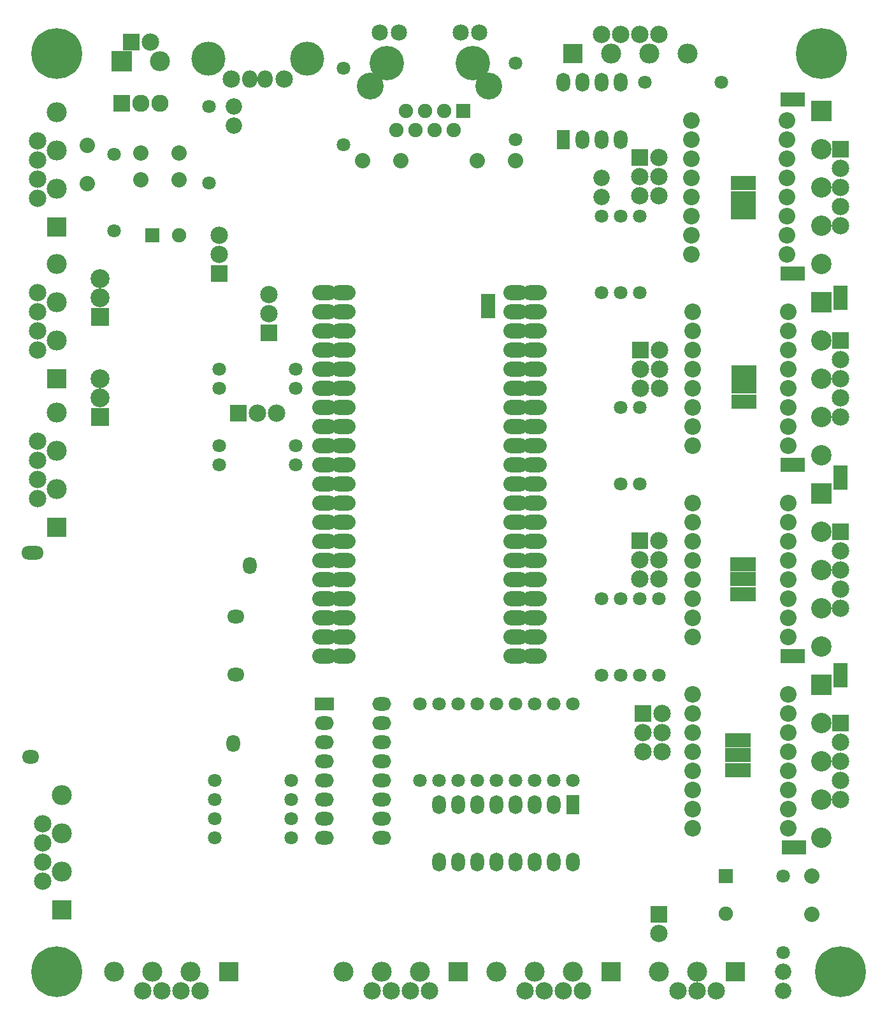
<source format=gbs>
G04 (created by PCBNEW-RS274X (2011-07-08 BZR 3044)-stable) date 12/15/2011 03:41:07 PM*
G01*
G70*
G90*
%MOIN*%
G04 Gerber Fmt 3.4, Leading zero omitted, Abs format*
%FSLAX34Y34*%
G04 APERTURE LIST*
%ADD10C,0.006000*%
%ADD11R,0.104600X0.104600*%
%ADD12C,0.104600*%
%ADD13C,0.090900*%
%ADD14R,0.071200X0.098700*%
%ADD15O,0.071200X0.098700*%
%ADD16C,0.266100*%
%ADD17C,0.071200*%
%ADD18C,0.090000*%
%ADD19R,0.090000X0.090000*%
%ADD20C,0.086900*%
%ADD21R,0.098700X0.071200*%
%ADD22O,0.098700X0.071200*%
%ADD23R,0.106600X0.106600*%
%ADD24R,0.090900X0.090900*%
%ADD25C,0.106600*%
%ADD26O,0.126300X0.079100*%
%ADD27R,0.077000X0.067200*%
%ADD28R,0.067200X0.077000*%
%ADD29C,0.180000*%
%ADD30R,0.075000X0.075000*%
%ADD31C,0.075000*%
%ADD32C,0.140000*%
%ADD33C,0.085000*%
%ADD34C,0.080000*%
%ADD35C,0.086000*%
%ADD36C,0.098700*%
%ADD37R,0.094800X0.094800*%
%ADD38O,0.070900X0.090400*%
%ADD39O,0.090400X0.070900*%
%ADD40O,0.117800X0.070900*%
%ADD41O,0.079100X0.090900*%
%ADD42C,0.177500*%
G04 APERTURE END LIST*
G54D10*
G54D11*
X49500Y-64000D03*
G54D12*
X47500Y-64000D03*
G54D13*
X48500Y-65000D03*
X47500Y-65000D03*
X46500Y-65000D03*
G54D12*
X45500Y-64000D03*
G54D14*
X40500Y-20500D03*
G54D15*
X41500Y-20500D03*
X42500Y-20500D03*
X43500Y-20500D03*
X43500Y-17500D03*
X42500Y-17500D03*
X41500Y-17500D03*
X40500Y-17500D03*
G54D16*
X14000Y-16000D03*
X54000Y-16000D03*
X14000Y-64000D03*
X55000Y-64000D03*
G54D17*
X26250Y-57000D03*
X22250Y-57000D03*
X41000Y-54000D03*
X41000Y-50000D03*
X40000Y-54000D03*
X40000Y-50000D03*
X21950Y-22750D03*
X21950Y-18750D03*
X26250Y-56000D03*
X22250Y-56000D03*
X37000Y-54000D03*
X37000Y-50000D03*
X45500Y-44500D03*
X45500Y-48500D03*
X35000Y-54000D03*
X35000Y-50000D03*
X33000Y-54000D03*
X33000Y-50000D03*
X42500Y-48500D03*
X42500Y-44500D03*
X34000Y-54000D03*
X34000Y-50000D03*
X38000Y-54000D03*
X38000Y-50000D03*
X26500Y-33500D03*
X22500Y-33500D03*
X43500Y-48500D03*
X43500Y-44500D03*
X26500Y-32500D03*
X22500Y-32500D03*
X44500Y-44500D03*
X44500Y-48500D03*
X43500Y-38500D03*
X43500Y-34500D03*
X17000Y-25250D03*
X17000Y-21250D03*
X44500Y-34500D03*
X44500Y-38500D03*
X36000Y-50000D03*
X36000Y-54000D03*
X43500Y-28500D03*
X43500Y-24500D03*
X26500Y-37500D03*
X22500Y-37500D03*
X26500Y-36500D03*
X22500Y-36500D03*
X44500Y-24500D03*
X44500Y-28500D03*
X52000Y-63000D03*
X52000Y-59000D03*
X42500Y-24500D03*
X42500Y-28500D03*
X29000Y-20750D03*
X29000Y-16750D03*
X38000Y-20500D03*
X38000Y-16500D03*
X48750Y-17500D03*
X44750Y-17500D03*
X39000Y-54000D03*
X39000Y-50000D03*
X26250Y-54000D03*
X22250Y-54000D03*
X26250Y-55000D03*
X22250Y-55000D03*
G54D18*
X19400Y-18600D03*
X18400Y-18600D03*
G54D19*
X17400Y-18600D03*
G54D11*
X14000Y-25050D03*
G54D12*
X14000Y-23050D03*
X14000Y-21050D03*
X14000Y-19050D03*
G54D13*
X13000Y-23550D03*
X13000Y-22550D03*
X13000Y-21550D03*
X13000Y-20550D03*
G54D20*
X47250Y-29500D03*
X47250Y-30500D03*
X47250Y-31500D03*
X47250Y-32500D03*
X47250Y-33500D03*
X47250Y-34500D03*
X47250Y-35500D03*
X47250Y-36500D03*
X52250Y-36500D03*
X52250Y-35500D03*
X52250Y-34500D03*
X52250Y-33500D03*
X52250Y-32500D03*
X52250Y-31500D03*
X52250Y-30500D03*
X52250Y-29500D03*
X47250Y-39500D03*
X47250Y-40500D03*
X47250Y-41500D03*
X47250Y-42500D03*
X47250Y-43500D03*
X47250Y-44500D03*
X47250Y-45500D03*
X47250Y-46500D03*
X52250Y-46500D03*
X52250Y-45500D03*
X52250Y-44500D03*
X52250Y-43500D03*
X52250Y-42500D03*
X52250Y-41500D03*
X52250Y-40500D03*
X52250Y-39500D03*
G54D11*
X41000Y-16000D03*
G54D12*
X43000Y-16000D03*
X45000Y-16000D03*
X47000Y-16000D03*
G54D13*
X42500Y-15000D03*
X43500Y-15000D03*
X44500Y-15000D03*
X45500Y-15000D03*
G54D14*
X41000Y-55250D03*
G54D15*
X40000Y-55250D03*
X39000Y-55250D03*
X38000Y-55250D03*
X37000Y-55250D03*
X36000Y-55250D03*
X35000Y-55250D03*
X34000Y-55250D03*
X34000Y-58250D03*
X35000Y-58250D03*
X36000Y-58250D03*
X37000Y-58250D03*
X38000Y-58250D03*
X39000Y-58250D03*
X40000Y-58250D03*
X41000Y-58250D03*
G54D21*
X28000Y-50000D03*
G54D22*
X28000Y-51000D03*
X28000Y-52000D03*
X28000Y-53000D03*
X28000Y-54000D03*
X28000Y-55000D03*
X28000Y-56000D03*
X28000Y-57000D03*
X31000Y-57000D03*
X31000Y-56000D03*
X31000Y-55000D03*
X31000Y-54000D03*
X31000Y-53000D03*
X31000Y-52000D03*
X31000Y-51000D03*
X31000Y-50000D03*
G54D23*
X17400Y-16400D03*
G54D12*
X19400Y-16400D03*
G54D24*
X17900Y-15400D03*
G54D13*
X18900Y-15400D03*
G54D11*
X14000Y-33000D03*
G54D12*
X14000Y-31000D03*
X14000Y-29000D03*
X14000Y-27000D03*
G54D13*
X13000Y-31500D03*
X13000Y-30500D03*
X13000Y-29500D03*
X13000Y-28500D03*
G54D11*
X14250Y-60750D03*
G54D12*
X14250Y-58750D03*
X14250Y-56750D03*
X14250Y-54750D03*
G54D13*
X13250Y-59250D03*
X13250Y-58250D03*
X13250Y-57250D03*
X13250Y-56250D03*
G54D11*
X23000Y-64000D03*
G54D12*
X21000Y-64000D03*
X19000Y-64000D03*
X17000Y-64000D03*
G54D13*
X21500Y-65000D03*
X20500Y-65000D03*
X19500Y-65000D03*
X18500Y-65000D03*
G54D11*
X43000Y-64000D03*
G54D12*
X41000Y-64000D03*
X39000Y-64000D03*
X37000Y-64000D03*
G54D13*
X41500Y-65000D03*
X40500Y-65000D03*
X39500Y-65000D03*
X38500Y-65000D03*
G54D11*
X14000Y-40750D03*
G54D12*
X14000Y-38750D03*
X14000Y-36750D03*
X14000Y-34750D03*
G54D13*
X13000Y-39250D03*
X13000Y-38250D03*
X13000Y-37250D03*
X13000Y-36250D03*
G54D11*
X35000Y-64000D03*
G54D12*
X33000Y-64000D03*
X31000Y-64000D03*
X29000Y-64000D03*
G54D13*
X33500Y-65000D03*
X32500Y-65000D03*
X31500Y-65000D03*
X30500Y-65000D03*
G54D23*
X54000Y-49000D03*
G54D25*
X54000Y-51000D03*
X54000Y-53000D03*
X54000Y-55000D03*
G54D24*
X55000Y-51000D03*
G54D13*
X55000Y-52000D03*
X55000Y-53000D03*
X55000Y-54000D03*
G54D25*
X54000Y-57000D03*
G54D13*
X55000Y-55000D03*
G54D23*
X54000Y-39000D03*
G54D25*
X54000Y-41000D03*
X54000Y-43000D03*
X54000Y-45000D03*
G54D24*
X55000Y-41000D03*
G54D13*
X55000Y-42000D03*
X55000Y-43000D03*
X55000Y-44000D03*
G54D25*
X54000Y-47000D03*
G54D13*
X55000Y-45000D03*
G54D23*
X54000Y-19000D03*
G54D25*
X54000Y-21000D03*
X54000Y-23000D03*
X54000Y-25000D03*
G54D24*
X55000Y-21000D03*
G54D13*
X55000Y-22000D03*
X55000Y-23000D03*
X55000Y-24000D03*
G54D25*
X54000Y-27000D03*
G54D13*
X55000Y-25000D03*
G54D23*
X54000Y-29000D03*
G54D25*
X54000Y-31000D03*
X54000Y-33000D03*
X54000Y-35000D03*
G54D24*
X55000Y-31000D03*
G54D13*
X55000Y-32000D03*
X55000Y-33000D03*
X55000Y-34000D03*
G54D25*
X54000Y-37000D03*
G54D13*
X55000Y-35000D03*
G54D26*
X39000Y-28500D03*
X39000Y-29500D03*
X39000Y-30500D03*
X39000Y-31500D03*
X39000Y-32500D03*
X39000Y-33500D03*
X39000Y-34500D03*
X39000Y-35500D03*
X39000Y-36500D03*
X39000Y-37500D03*
X39000Y-38500D03*
X39000Y-39500D03*
X39000Y-40500D03*
X39000Y-41500D03*
X39000Y-42500D03*
X39000Y-43500D03*
X39000Y-44500D03*
X39000Y-45500D03*
X39000Y-46500D03*
X39000Y-47500D03*
X28000Y-47500D03*
X28000Y-46500D03*
X28000Y-45500D03*
X28000Y-44500D03*
X28000Y-43500D03*
X28000Y-42500D03*
X28000Y-41500D03*
X28000Y-40500D03*
X28000Y-39500D03*
X28000Y-38500D03*
X28000Y-37500D03*
X28000Y-36500D03*
X28000Y-35500D03*
X28000Y-34500D03*
X28000Y-33500D03*
X28000Y-32500D03*
X28000Y-31500D03*
X28000Y-30500D03*
X28000Y-29500D03*
X28000Y-28500D03*
X29000Y-28500D03*
X29000Y-29500D03*
X29000Y-30500D03*
X29000Y-31500D03*
X29000Y-32500D03*
X29000Y-33500D03*
X29000Y-34500D03*
X29000Y-35500D03*
X29000Y-36500D03*
X29000Y-37500D03*
X29000Y-38500D03*
X29000Y-39500D03*
X29000Y-40500D03*
X29000Y-41500D03*
X29000Y-42500D03*
X29000Y-43500D03*
X29000Y-44500D03*
X29000Y-45500D03*
X29000Y-46500D03*
X29000Y-47500D03*
X38000Y-47500D03*
X38000Y-46500D03*
X38000Y-45500D03*
X38000Y-44500D03*
X38000Y-43500D03*
X38000Y-42500D03*
X38000Y-41500D03*
X38000Y-40500D03*
X38000Y-39500D03*
X38000Y-38500D03*
X38000Y-37500D03*
X38000Y-36500D03*
X38000Y-35500D03*
X38000Y-34500D03*
X38000Y-33500D03*
X38000Y-32500D03*
X38000Y-31500D03*
X38000Y-30500D03*
X38000Y-29500D03*
X38000Y-28500D03*
G54D24*
X44660Y-50500D03*
G54D13*
X45660Y-50500D03*
X44660Y-51500D03*
X45660Y-51500D03*
X44660Y-52500D03*
X45660Y-52500D03*
G54D24*
X44500Y-21420D03*
G54D13*
X45500Y-21420D03*
X44500Y-22420D03*
X45500Y-22420D03*
X44500Y-23420D03*
X45500Y-23420D03*
G54D24*
X44500Y-41460D03*
G54D13*
X45500Y-41460D03*
X44500Y-42460D03*
X45500Y-42460D03*
X44500Y-43460D03*
X45500Y-43460D03*
G54D24*
X44540Y-31480D03*
G54D13*
X45540Y-31480D03*
X44540Y-32480D03*
X45540Y-32480D03*
X44540Y-33480D03*
X45540Y-33480D03*
G54D20*
X47200Y-19500D03*
X47200Y-20500D03*
X47200Y-21500D03*
X47200Y-22500D03*
X47200Y-23500D03*
X47200Y-24500D03*
X47200Y-25500D03*
X47200Y-26500D03*
X52200Y-26500D03*
X52200Y-25500D03*
X52200Y-24500D03*
X52200Y-23500D03*
X52200Y-22500D03*
X52200Y-21500D03*
X52200Y-20500D03*
X52200Y-19500D03*
X47250Y-49500D03*
X47250Y-50500D03*
X47250Y-51500D03*
X47250Y-52500D03*
X47250Y-53500D03*
X47250Y-54500D03*
X47250Y-55500D03*
X47250Y-56500D03*
X52250Y-56500D03*
X52250Y-55500D03*
X52250Y-54500D03*
X52250Y-53500D03*
X52250Y-52500D03*
X52250Y-51500D03*
X52250Y-50500D03*
X52250Y-49500D03*
G54D24*
X22500Y-27500D03*
G54D13*
X22500Y-26500D03*
X22500Y-25500D03*
G54D27*
X36550Y-28900D03*
X36550Y-29500D03*
G54D28*
X52200Y-18400D03*
X52800Y-18400D03*
X52800Y-27500D03*
X52200Y-27500D03*
G54D27*
X55000Y-28450D03*
X55000Y-29050D03*
G54D28*
X52800Y-37500D03*
X52200Y-37500D03*
G54D27*
X55000Y-37850D03*
X55000Y-38450D03*
G54D28*
X52800Y-47500D03*
X52200Y-47500D03*
G54D27*
X55000Y-48200D03*
X55000Y-48800D03*
G54D28*
X52850Y-57500D03*
X52250Y-57500D03*
G54D29*
X31250Y-16500D03*
X35750Y-16500D03*
G54D30*
X35250Y-19000D03*
G54D31*
X34750Y-20000D03*
X34250Y-19000D03*
X33750Y-20000D03*
X33250Y-19000D03*
X32750Y-20000D03*
X32250Y-19000D03*
X31750Y-20000D03*
G54D32*
X36600Y-17700D03*
X30400Y-17700D03*
G54D33*
X36100Y-14900D03*
X35110Y-14900D03*
X31890Y-14900D03*
X30900Y-14900D03*
G54D34*
X53500Y-59000D03*
X53500Y-61000D03*
X15600Y-22800D03*
X15600Y-20800D03*
X38000Y-21600D03*
X36000Y-21600D03*
X30000Y-21600D03*
X32000Y-21600D03*
X20400Y-21200D03*
X18400Y-21200D03*
X20400Y-22600D03*
X18400Y-22600D03*
G54D35*
X42500Y-23500D03*
X42500Y-22500D03*
X23250Y-18750D03*
X23250Y-19750D03*
G54D30*
X49000Y-59000D03*
G54D31*
X49000Y-60969D03*
G54D30*
X19000Y-25500D03*
G54D31*
X20378Y-25500D03*
G54D36*
X16250Y-33000D03*
X16250Y-34000D03*
G54D37*
X16250Y-35000D03*
G54D36*
X16250Y-27750D03*
X16250Y-28750D03*
G54D37*
X16250Y-29750D03*
G54D28*
X50240Y-22750D03*
X49590Y-24300D03*
X49590Y-22750D03*
X50240Y-23550D03*
X49590Y-23550D03*
X50240Y-24300D03*
X49620Y-34210D03*
X50270Y-32660D03*
X50270Y-34210D03*
X49620Y-33410D03*
X50270Y-33410D03*
X49620Y-32660D03*
X49560Y-44250D03*
X50210Y-42700D03*
X50210Y-44250D03*
X49560Y-43450D03*
X50210Y-43450D03*
X49560Y-42700D03*
X49300Y-53450D03*
X49950Y-51900D03*
X49950Y-53450D03*
X49300Y-52650D03*
X49950Y-52650D03*
X49300Y-51900D03*
G54D24*
X45500Y-61000D03*
G54D13*
X45500Y-62000D03*
G54D24*
X23500Y-34800D03*
G54D13*
X24500Y-34800D03*
X25500Y-34800D03*
G54D24*
X25100Y-30600D03*
G54D13*
X25100Y-29600D03*
X25100Y-28600D03*
G54D38*
X24081Y-42770D03*
G54D39*
X23364Y-45443D03*
X23364Y-48463D03*
X12616Y-52758D03*
G54D38*
X23222Y-52053D03*
G54D40*
X12719Y-42085D03*
G54D41*
X24105Y-17320D03*
X24895Y-17320D03*
G54D13*
X23125Y-17320D03*
G54D42*
X21915Y-16250D03*
X27085Y-16250D03*
G54D13*
X25875Y-17320D03*
G54D35*
X52000Y-64000D03*
X52000Y-65000D03*
M02*

</source>
